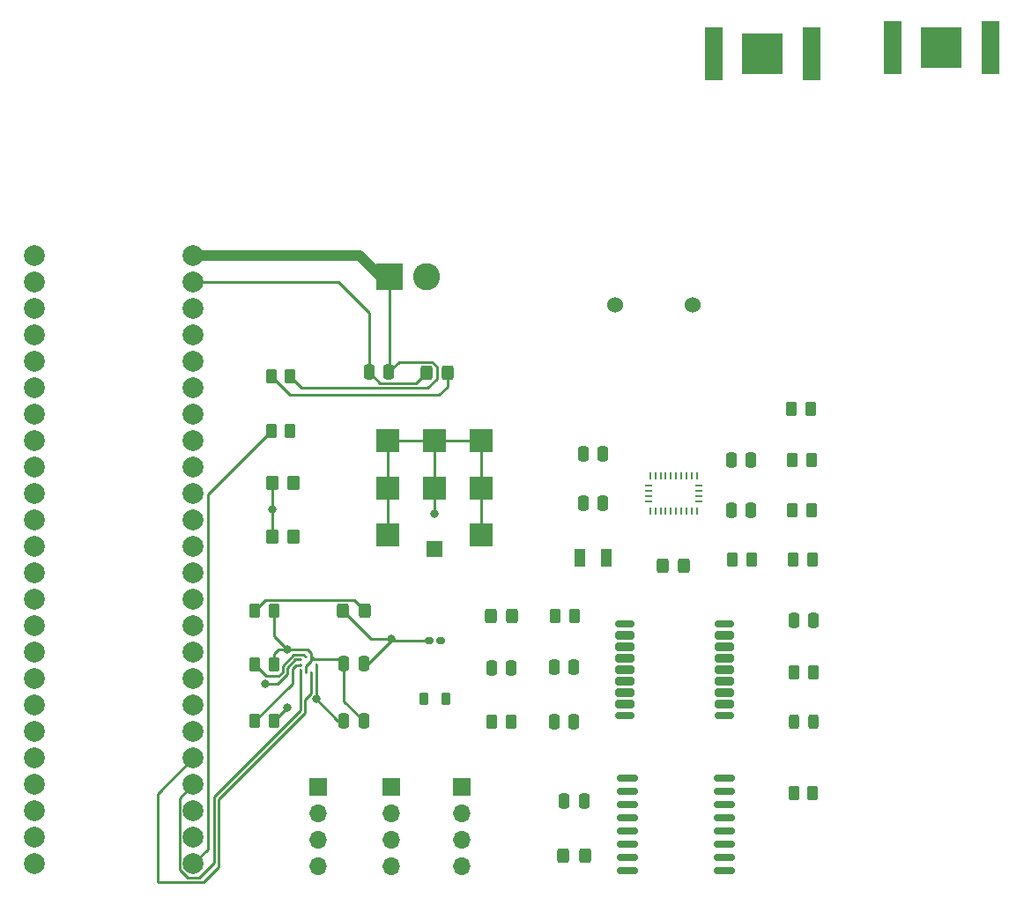
<source format=gbr>
%TF.GenerationSoftware,KiCad,Pcbnew,7.0.7*%
%TF.CreationDate,2024-01-17T14:00:17-05:00*%
%TF.ProjectId,Unified_Board,556e6966-6965-4645-9f42-6f6172642e6b,rev?*%
%TF.SameCoordinates,Original*%
%TF.FileFunction,Copper,L1,Top*%
%TF.FilePolarity,Positive*%
%FSLAX46Y46*%
G04 Gerber Fmt 4.6, Leading zero omitted, Abs format (unit mm)*
G04 Created by KiCad (PCBNEW 7.0.7) date 2024-01-17 14:00:17*
%MOMM*%
%LPD*%
G01*
G04 APERTURE LIST*
G04 Aperture macros list*
%AMRoundRect*
0 Rectangle with rounded corners*
0 $1 Rounding radius*
0 $2 $3 $4 $5 $6 $7 $8 $9 X,Y pos of 4 corners*
0 Add a 4 corners polygon primitive as box body*
4,1,4,$2,$3,$4,$5,$6,$7,$8,$9,$2,$3,0*
0 Add four circle primitives for the rounded corners*
1,1,$1+$1,$2,$3*
1,1,$1+$1,$4,$5*
1,1,$1+$1,$6,$7*
1,1,$1+$1,$8,$9*
0 Add four rect primitives between the rounded corners*
20,1,$1+$1,$2,$3,$4,$5,0*
20,1,$1+$1,$4,$5,$6,$7,0*
20,1,$1+$1,$6,$7,$8,$9,0*
20,1,$1+$1,$8,$9,$2,$3,0*%
G04 Aperture macros list end*
%TA.AperFunction,ComponentPad*%
%ADD10R,1.700000X1.700000*%
%TD*%
%TA.AperFunction,ComponentPad*%
%ADD11O,1.700000X1.700000*%
%TD*%
%TA.AperFunction,SMDPad,CuDef*%
%ADD12RoundRect,0.250000X-0.325000X-0.450000X0.325000X-0.450000X0.325000X0.450000X-0.325000X0.450000X0*%
%TD*%
%TA.AperFunction,SMDPad,CuDef*%
%ADD13RoundRect,0.250000X-0.262500X-0.450000X0.262500X-0.450000X0.262500X0.450000X-0.262500X0.450000X0*%
%TD*%
%TA.AperFunction,SMDPad,CuDef*%
%ADD14RoundRect,0.250000X0.250000X0.475000X-0.250000X0.475000X-0.250000X-0.475000X0.250000X-0.475000X0*%
%TD*%
%TA.AperFunction,SMDPad,CuDef*%
%ADD15RoundRect,0.250000X-0.250000X-0.475000X0.250000X-0.475000X0.250000X0.475000X-0.250000X0.475000X0*%
%TD*%
%TA.AperFunction,SMDPad,CuDef*%
%ADD16R,1.500000X1.500000*%
%TD*%
%TA.AperFunction,SMDPad,CuDef*%
%ADD17R,2.300000X2.300000*%
%TD*%
%TA.AperFunction,ComponentPad*%
%ADD18R,2.600000X2.600000*%
%TD*%
%TA.AperFunction,ComponentPad*%
%ADD19C,2.600000*%
%TD*%
%TA.AperFunction,SMDPad,CuDef*%
%ADD20R,0.250000X0.275000*%
%TD*%
%TA.AperFunction,SMDPad,CuDef*%
%ADD21R,0.275000X0.250000*%
%TD*%
%TA.AperFunction,ComponentPad*%
%ADD22C,1.524000*%
%TD*%
%TA.AperFunction,SMDPad,CuDef*%
%ADD23R,0.254000X0.675000*%
%TD*%
%TA.AperFunction,SMDPad,CuDef*%
%ADD24R,0.675000X0.254000*%
%TD*%
%TA.AperFunction,SMDPad,CuDef*%
%ADD25RoundRect,0.150000X-0.875000X-0.150000X0.875000X-0.150000X0.875000X0.150000X-0.875000X0.150000X0*%
%TD*%
%TA.AperFunction,SMDPad,CuDef*%
%ADD26R,1.780000X5.080000*%
%TD*%
%TA.AperFunction,SMDPad,CuDef*%
%ADD27R,3.960000X3.960000*%
%TD*%
%TA.AperFunction,SMDPad,CuDef*%
%ADD28R,1.000000X1.800000*%
%TD*%
%TA.AperFunction,SMDPad,CuDef*%
%ADD29RoundRect,0.175000X-0.725000X-0.175000X0.725000X-0.175000X0.725000X0.175000X-0.725000X0.175000X0*%
%TD*%
%TA.AperFunction,SMDPad,CuDef*%
%ADD30RoundRect,0.200000X-0.700000X-0.200000X0.700000X-0.200000X0.700000X0.200000X-0.700000X0.200000X0*%
%TD*%
%TA.AperFunction,SMDPad,CuDef*%
%ADD31RoundRect,0.218750X0.218750X0.381250X-0.218750X0.381250X-0.218750X-0.381250X0.218750X-0.381250X0*%
%TD*%
%TA.AperFunction,SMDPad,CuDef*%
%ADD32RoundRect,0.243750X-0.243750X-0.456250X0.243750X-0.456250X0.243750X0.456250X-0.243750X0.456250X0*%
%TD*%
%TA.AperFunction,SMDPad,CuDef*%
%ADD33RoundRect,0.250000X-0.350000X-0.450000X0.350000X-0.450000X0.350000X0.450000X-0.350000X0.450000X0*%
%TD*%
%TA.AperFunction,ComponentPad*%
%ADD34C,2.000000*%
%TD*%
%TA.AperFunction,SMDPad,CuDef*%
%ADD35RoundRect,0.160000X-0.222500X-0.160000X0.222500X-0.160000X0.222500X0.160000X-0.222500X0.160000X0*%
%TD*%
%TA.AperFunction,ViaPad*%
%ADD36C,0.800000*%
%TD*%
%TA.AperFunction,Conductor*%
%ADD37C,0.250000*%
%TD*%
%TA.AperFunction,Conductor*%
%ADD38C,1.000000*%
%TD*%
G04 APERTURE END LIST*
D10*
%TO.P,J3,1,Pin_1*%
%TO.N,/3.3V*%
X107600000Y-96000000D03*
D11*
%TO.P,J3,2,Pin_2*%
%TO.N,/SCL*%
X107600000Y-98540000D03*
%TO.P,J3,3,Pin_3*%
%TO.N,/SDA*%
X107600000Y-101080000D03*
%TO.P,J3,4,Pin_4*%
%TO.N,GND*%
X107600000Y-103620000D03*
%TD*%
D12*
%TO.P,D2,1,K*%
%TO.N,GND*%
X131175000Y-102600000D03*
%TO.P,D2,2,A*%
%TO.N,Net-(D2-A)*%
X133225000Y-102600000D03*
%TD*%
D13*
%TO.P,R15,1*%
%TO.N,Net-(D6-A)*%
X103087500Y-56600000D03*
%TO.P,R15,2*%
%TO.N,Net-(J1-Pin_1)*%
X104912500Y-56600000D03*
%TD*%
D14*
%TO.P,C10,1*%
%TO.N,/3.3V*%
X133150000Y-97400000D03*
%TO.P,C10,2*%
%TO.N,Net-(U3-VCC)*%
X131250000Y-97400000D03*
%TD*%
D15*
%TO.P,C7,1*%
%TO.N,Net-(U2-VCC)*%
X130250000Y-84550000D03*
%TO.P,C7,2*%
%TO.N,/3.3V*%
X132150000Y-84550000D03*
%TD*%
D16*
%TO.P,ANT1,1,RF_IN*%
%TO.N,Net-(ANT1-RF_IN)*%
X118800000Y-73200000D03*
D17*
%TO.P,ANT1,2,GND*%
%TO.N,GND*%
X114300000Y-71800000D03*
%TO.P,ANT1,3,GND*%
X123300000Y-71800000D03*
%TO.P,ANT1,4,GND*%
X114300000Y-67300000D03*
%TO.P,ANT1,5,GND*%
X118800000Y-67300000D03*
%TO.P,ANT1,6,GND*%
X123300000Y-67300000D03*
%TO.P,ANT1,7,GND*%
X114300000Y-62800000D03*
%TO.P,ANT1,8,GND*%
X118800000Y-62800000D03*
%TO.P,ANT1,9,GND*%
X123300000Y-62800000D03*
%TD*%
D15*
%TO.P,C12,1*%
%TO.N,Net-(C12-Pad1)*%
X124250000Y-84600000D03*
%TO.P,C12,2*%
%TO.N,GND*%
X126150000Y-84600000D03*
%TD*%
D12*
%TO.P,D5,1,K*%
%TO.N,GND*%
X140725000Y-74750000D03*
%TO.P,D5,2,A*%
%TO.N,Net-(D5-A)*%
X142775000Y-74750000D03*
%TD*%
D14*
%TO.P,C11,1*%
%TO.N,Net-(J1-Pin_1)*%
X114400000Y-56200000D03*
%TO.P,C11,2*%
%TO.N,Net-(D6-K)*%
X112500000Y-56200000D03*
%TD*%
D18*
%TO.P,J1,1,Pin_1*%
%TO.N,Net-(J1-Pin_1)*%
X114500000Y-47000000D03*
D19*
%TO.P,J1,2,Pin_2*%
%TO.N,Net-(D6-K)*%
X118000000Y-47000000D03*
%TD*%
D13*
%TO.P,R4,1*%
%TO.N,/SCL*%
X101525000Y-84300000D03*
%TO.P,R4,2*%
%TO.N,/3.3V*%
X103350000Y-84300000D03*
%TD*%
%TO.P,R16,1*%
%TO.N,Net-(U2-VCC_RF)*%
X130400000Y-79600000D03*
%TO.P,R16,2*%
%TO.N,Net-(C12-Pad1)*%
X132225000Y-79600000D03*
%TD*%
D20*
%TO.P,Alt1,1,VDDIO*%
%TO.N,/3.3V*%
X106887500Y-83537500D03*
%TO.P,Alt1,2,SCK*%
%TO.N,/SCL*%
X106387500Y-83537500D03*
D21*
%TO.P,Alt1,3,VSS*%
%TO.N,GND*%
X105875000Y-83800000D03*
%TO.P,Alt1,4,SDI*%
%TO.N,/SDA*%
X105875000Y-84300000D03*
%TO.P,Alt1,5,SDO*%
%TO.N,/BMP_I2C_ADDR*%
X105875000Y-84800000D03*
D20*
%TO.P,Alt1,6,CSB*%
%TO.N,/3.3V*%
X106387500Y-85062500D03*
%TO.P,Alt1,7,INT*%
%TO.N,/BMP_INT*%
X106887500Y-85062500D03*
D21*
%TO.P,Alt1,8,VSS*%
%TO.N,GND*%
X107400000Y-84800000D03*
%TO.P,Alt1,9,VSS*%
X107400000Y-84300000D03*
%TO.P,Alt1,10,VDD*%
%TO.N,/3.3V*%
X107400000Y-83800000D03*
%TD*%
D15*
%TO.P,C5,1*%
%TO.N,Net-(U1-XOUT32)*%
X133050000Y-68750000D03*
%TO.P,C5,2*%
%TO.N,GND*%
X134950000Y-68750000D03*
%TD*%
D13*
%TO.P,R3,1*%
%TO.N,/SDA*%
X101525000Y-89700000D03*
%TO.P,R3,2*%
%TO.N,/3.3V*%
X103350000Y-89700000D03*
%TD*%
D22*
%TO.P,BZ1,1,-*%
%TO.N,Net-(BZ1--)*%
X136100000Y-49750000D03*
%TO.P,BZ1,2,+*%
%TO.N,GND*%
X143600000Y-49750000D03*
%TD*%
D13*
%TO.P,R14,1*%
%TO.N,Net-(R14-Pad1)*%
X103087500Y-61800000D03*
%TO.P,R14,2*%
%TO.N,Net-(BZ1--)*%
X104912500Y-61800000D03*
%TD*%
D12*
%TO.P,D4,1,K*%
%TO.N,GND*%
X110012500Y-79100000D03*
%TO.P,D4,2,A*%
%TO.N,Net-(D4-A)*%
X112062500Y-79100000D03*
%TD*%
%TO.P,D3,1,K*%
%TO.N,GND*%
X124175000Y-79600000D03*
%TO.P,D3,2,A*%
%TO.N,Net-(D3-A)*%
X126225000Y-79600000D03*
%TD*%
D10*
%TO.P,J2,1,Pin_1*%
%TO.N,/3.3V*%
X114600000Y-96000000D03*
D11*
%TO.P,J2,2,Pin_2*%
%TO.N,/Breakout_RX2*%
X114600000Y-98540000D03*
%TO.P,J2,3,Pin_3*%
%TO.N,/Breakout_TX2*%
X114600000Y-101080000D03*
%TO.P,J2,4,Pin_4*%
%TO.N,GND*%
X114600000Y-103620000D03*
%TD*%
D23*
%TO.P,U1,1,PIN1*%
%TO.N,unconnected-(U1-PIN1-Pad1)*%
X144000000Y-69500000D03*
D24*
%TO.P,U1,2,GND*%
%TO.N,GND*%
X144137500Y-68587500D03*
%TO.P,U1,3,VDD*%
%TO.N,/3.3V*%
X144137500Y-68087500D03*
%TO.P,U1,4,~{BOOT_LOAD_PIN}*%
X144137500Y-67587500D03*
%TO.P,U1,5,PS1*%
%TO.N,Net-(U1-PS1)*%
X144137500Y-67087500D03*
D23*
%TO.P,U1,6,PS0*%
%TO.N,Net-(U1-PS0)*%
X144000000Y-66175000D03*
%TO.P,U1,7,PIN7*%
%TO.N,unconnected-(U1-PIN7-Pad7)*%
X143500000Y-66175000D03*
%TO.P,U1,8,PIN8*%
%TO.N,unconnected-(U1-PIN8-Pad8)*%
X143000000Y-66175000D03*
%TO.P,U1,9,CAP*%
%TO.N,Net-(U1-CAP)*%
X142500000Y-66175000D03*
%TO.P,U1,10,BL_IND*%
%TO.N,GND*%
X142000000Y-66175000D03*
%TO.P,U1,11,~{RESET}*%
%TO.N,Net-(U1-~{RESET})*%
X141500000Y-66175000D03*
%TO.P,U1,12,PIN12*%
%TO.N,unconnected-(U1-PIN12-Pad12)*%
X141000000Y-66175000D03*
%TO.P,U1,13,PIN13*%
%TO.N,unconnected-(U1-PIN13-Pad13)*%
X140500000Y-66175000D03*
%TO.P,U1,14,INT*%
%TO.N,unconnected-(U1-INT-Pad14)*%
X140000000Y-66175000D03*
%TO.P,U1,15,GNDIO*%
%TO.N,GND*%
X139500000Y-66175000D03*
D24*
%TO.P,U1,16,GNDIO*%
X139362500Y-67087500D03*
%TO.P,U1,17,COM3*%
%TO.N,Net-(U1-COM3)*%
X139362500Y-67587500D03*
%TO.P,U1,18,COM2*%
%TO.N,GND*%
X139362500Y-68087500D03*
%TO.P,U1,19,COM1*%
%TO.N,/SCL*%
X139362500Y-68587500D03*
D23*
%TO.P,U1,20,COM0*%
%TO.N,/SDA*%
X139500000Y-69500000D03*
%TO.P,U1,21,PIN21*%
%TO.N,unconnected-(U1-PIN21-Pad21)*%
X140000000Y-69500000D03*
%TO.P,U1,22,PIN22*%
%TO.N,unconnected-(U1-PIN22-Pad22)*%
X140500000Y-69500000D03*
%TO.P,U1,23,PIN23*%
%TO.N,unconnected-(U1-PIN23-Pad23)*%
X141000000Y-69500000D03*
%TO.P,U1,24,PIN24*%
%TO.N,unconnected-(U1-PIN24-Pad24)*%
X141500000Y-69500000D03*
%TO.P,U1,25,GNDIO*%
%TO.N,GND*%
X142000000Y-69500000D03*
%TO.P,U1,26,XOUT32*%
%TO.N,Net-(U1-XOUT32)*%
X142500000Y-69500000D03*
%TO.P,U1,27,XIN32*%
%TO.N,Net-(U1-XIN32)*%
X143000000Y-69500000D03*
%TO.P,U1,28,VDDIO*%
%TO.N,/3.3V*%
X143500000Y-69500000D03*
%TD*%
D25*
%TO.P,U3,1,32KHZ*%
%TO.N,unconnected-(U3-32KHZ-Pad1)*%
X137350000Y-95155000D03*
%TO.P,U3,2,VCC*%
%TO.N,Net-(U3-VCC)*%
X137350000Y-96425000D03*
%TO.P,U3,3,~{INT}/SQW*%
%TO.N,unconnected-(U3-~{INT}{slash}SQW-Pad3)*%
X137350000Y-97695000D03*
%TO.P,U3,4,~{RST}*%
%TO.N,unconnected-(U3-~{RST}-Pad4)*%
X137350000Y-98965000D03*
%TO.P,U3,5,GND*%
%TO.N,GND*%
X137350000Y-100235000D03*
%TO.P,U3,6,GND*%
X137350000Y-101505000D03*
%TO.P,U3,7,GND*%
X137350000Y-102775000D03*
%TO.P,U3,8,GND*%
X137350000Y-104045000D03*
%TO.P,U3,9,GND*%
X146650000Y-104045000D03*
%TO.P,U3,10,GND*%
X146650000Y-102775000D03*
%TO.P,U3,11,GND*%
X146650000Y-101505000D03*
%TO.P,U3,12,GND*%
X146650000Y-100235000D03*
%TO.P,U3,13,GND*%
X146650000Y-98965000D03*
%TO.P,U3,14,VBAT*%
%TO.N,Net-(BT2-+)*%
X146650000Y-97695000D03*
%TO.P,U3,15,SDA*%
%TO.N,/SDA*%
X146650000Y-96425000D03*
%TO.P,U3,16,SCL*%
%TO.N,/SCL*%
X146650000Y-95155000D03*
%TD*%
D15*
%TO.P,C2,1*%
%TO.N,/3.3V*%
X110087500Y-84200000D03*
%TO.P,C2,2*%
%TO.N,GND*%
X111987500Y-84200000D03*
%TD*%
D13*
%TO.P,R11,1*%
%TO.N,Net-(D5-A)*%
X153087500Y-59750000D03*
%TO.P,R11,2*%
%TO.N,/3.3V*%
X154912500Y-59750000D03*
%TD*%
%TO.P,R7,1*%
%TO.N,GND*%
X153275000Y-74162500D03*
%TO.P,R7,2*%
%TO.N,Net-(U1-PS0)*%
X155100000Y-74162500D03*
%TD*%
%TO.P,R12,1*%
%TO.N,Net-(D4-A)*%
X101525000Y-79100000D03*
%TO.P,R12,2*%
%TO.N,/3.3V*%
X103350000Y-79100000D03*
%TD*%
D26*
%TO.P,BT1,1,+*%
%TO.N,/BACKUP*%
X145600000Y-25600000D03*
X155000000Y-25600000D03*
D27*
%TO.P,BT1,2,-*%
%TO.N,GND*%
X150300000Y-25600000D03*
%TD*%
D14*
%TO.P,C8,1*%
%TO.N,Net-(C8-Pad1)*%
X132150000Y-89800000D03*
%TO.P,C8,2*%
%TO.N,GND*%
X130250000Y-89800000D03*
%TD*%
D28*
%TO.P,Y1,1,1*%
%TO.N,Net-(U1-XOUT32)*%
X132750000Y-74000000D03*
%TO.P,Y1,2,2*%
%TO.N,Net-(U1-XIN32)*%
X135250000Y-74000000D03*
%TD*%
D29*
%TO.P,U2,1,GND*%
%TO.N,Net-(C8-Pad1)*%
X137100000Y-80400000D03*
D30*
%TO.P,U2,2,TXD*%
%TO.N,unconnected-(U2-TXD-Pad2)*%
X137100000Y-81500000D03*
%TO.P,U2,3,RXD*%
%TO.N,unconnected-(U2-RXD-Pad3)*%
X137100000Y-82600000D03*
%TO.P,U2,4,TIMEPULSE*%
%TO.N,unconnected-(U2-TIMEPULSE-Pad4)*%
X137100000Y-83700000D03*
%TO.P,U2,5,EXTINT*%
%TO.N,unconnected-(U2-EXTINT-Pad5)*%
X137100000Y-84800000D03*
%TO.P,U2,6,V_BCKP*%
%TO.N,/BACKUP*%
X137100000Y-85900000D03*
%TO.P,U2,7,VCC_IO*%
%TO.N,Net-(U2-VCC)*%
X137100000Y-87000000D03*
%TO.P,U2,8,VCC*%
X137100000Y-88100000D03*
D29*
%TO.P,U2,9,~{RESET}*%
%TO.N,unconnected-(U2-~{RESET}-Pad9)*%
X137100000Y-89200000D03*
%TO.P,U2,10,GND*%
%TO.N,Net-(C8-Pad1)*%
X146600000Y-89200000D03*
D30*
%TO.P,U2,11,RF_IN*%
%TO.N,Net-(ANT1-RF_IN)*%
X146600000Y-88100000D03*
%TO.P,U2,12,GND*%
%TO.N,Net-(C8-Pad1)*%
X146600000Y-87000000D03*
%TO.P,U2,13,LNA_EN*%
%TO.N,unconnected-(U2-LNA_EN-Pad13)*%
X146600000Y-85900000D03*
%TO.P,U2,14,VCC_RF*%
%TO.N,Net-(U2-VCC_RF)*%
X146600000Y-84800000D03*
%TO.P,U2,15,VIO_SEL*%
%TO.N,unconnected-(U2-VIO_SEL-Pad15)*%
X146600000Y-83700000D03*
%TO.P,U2,16,SDA*%
%TO.N,/SDA*%
X146600000Y-82600000D03*
%TO.P,U2,17,SCL*%
%TO.N,/SCL*%
X146600000Y-81500000D03*
D29*
%TO.P,U2,18,~{SAFEBOOT}*%
%TO.N,unconnected-(U2-~{SAFEBOOT}-Pad18)*%
X146600000Y-80400000D03*
%TD*%
D10*
%TO.P,J4,1,Pin_1*%
%TO.N,/3.3V*%
X121400000Y-96000000D03*
D11*
%TO.P,J4,2,Pin_2*%
%TO.N,/Breakout_RX1*%
X121400000Y-98540000D03*
%TO.P,J4,3,Pin_3*%
%TO.N,/Breakout_TX1*%
X121400000Y-101080000D03*
%TO.P,J4,4,Pin_4*%
%TO.N,GND*%
X121400000Y-103620000D03*
%TD*%
D13*
%TO.P,R6,1*%
%TO.N,GND*%
X153187500Y-69412500D03*
%TO.P,R6,2*%
%TO.N,Net-(U1-COM3)*%
X155012500Y-69412500D03*
%TD*%
D31*
%TO.P,FB1,1*%
%TO.N,Net-(C12-Pad1)*%
X119862500Y-87600000D03*
%TO.P,FB1,2*%
%TO.N,Net-(ANT1-RF_IN)*%
X117737500Y-87600000D03*
%TD*%
D32*
%TO.P,D1,1,K*%
%TO.N,Net-(D1-K)*%
X153312500Y-89800000D03*
%TO.P,D1,2,A*%
%TO.N,/3.3V*%
X155187500Y-89800000D03*
%TD*%
D14*
%TO.P,C1,1*%
%TO.N,/3.3V*%
X111987500Y-89700000D03*
%TO.P,C1,2*%
%TO.N,GND*%
X110087500Y-89700000D03*
%TD*%
D33*
%TO.P,R1,1*%
%TO.N,/3.3V*%
X103200000Y-66800000D03*
%TO.P,R1,2*%
%TO.N,/SDA*%
X105200000Y-66800000D03*
%TD*%
D13*
%TO.P,R5,1*%
%TO.N,Net-(U1-~{RESET})*%
X153187500Y-64662500D03*
%TO.P,R5,2*%
%TO.N,/3.3V*%
X155012500Y-64662500D03*
%TD*%
D12*
%TO.P,D6,1,K*%
%TO.N,Net-(D6-K)*%
X117975000Y-56250000D03*
%TO.P,D6,2,A*%
%TO.N,Net-(D6-A)*%
X120025000Y-56250000D03*
%TD*%
D13*
%TO.P,R9,1*%
%TO.N,Net-(D1-K)*%
X153337500Y-85000000D03*
%TO.P,R9,2*%
%TO.N,/BACKUP*%
X155162500Y-85000000D03*
%TD*%
D15*
%TO.P,C6,1*%
%TO.N,GND*%
X133050000Y-64000000D03*
%TO.P,C6,2*%
%TO.N,Net-(U1-XIN32)*%
X134950000Y-64000000D03*
%TD*%
%TO.P,C9,1*%
%TO.N,/BACKUP*%
X153300000Y-80000000D03*
%TO.P,C9,2*%
%TO.N,GND*%
X155200000Y-80000000D03*
%TD*%
D26*
%TO.P,BT2,1,+*%
%TO.N,Net-(BT2-+)*%
X162800000Y-25000000D03*
X172200000Y-25000000D03*
D27*
%TO.P,BT2,2,-*%
%TO.N,GND*%
X167500000Y-25000000D03*
%TD*%
D15*
%TO.P,C3,1*%
%TO.N,GND*%
X147300000Y-69412500D03*
%TO.P,C3,2*%
%TO.N,/3.3V*%
X149200000Y-69412500D03*
%TD*%
D13*
%TO.P,R10,1*%
%TO.N,Net-(D2-A)*%
X153287500Y-96600000D03*
%TO.P,R10,2*%
%TO.N,/3.3V*%
X155112500Y-96600000D03*
%TD*%
D15*
%TO.P,C4,1*%
%TO.N,Net-(U1-CAP)*%
X147300000Y-64662500D03*
%TO.P,C4,2*%
%TO.N,GND*%
X149200000Y-64662500D03*
%TD*%
D13*
%TO.P,R8,1*%
%TO.N,GND*%
X147425000Y-74162500D03*
%TO.P,R8,2*%
%TO.N,Net-(U1-PS1)*%
X149250000Y-74162500D03*
%TD*%
D34*
%TO.P,Teensy4.1,0,GND*%
%TO.N,GND*%
X80380000Y-44990000D03*
%TO.P,Teensy4.1,1,RX1*%
%TO.N,/Breakout_RX1*%
X80380000Y-47530000D03*
%TO.P,Teensy4.1,2,TX1*%
%TO.N,/Breakout_TX1*%
X80380000Y-50070000D03*
%TO.P,Teensy4.1,3,PWM*%
%TO.N,unconnected-(Teensy4.1-PWM-Pad3)*%
X80380000Y-52610000D03*
%TO.P,Teensy4.1,4,PWM*%
%TO.N,unconnected-(Teensy4.1-PWM-Pad4)*%
X80380000Y-55150000D03*
%TO.P,Teensy4.1,5,PWM*%
%TO.N,unconnected-(Teensy4.1-PWM-Pad5)*%
X80380000Y-57690000D03*
%TO.P,Teensy4.1,6,PWM*%
%TO.N,unconnected-(Teensy4.1-PWM-Pad6)*%
X80380000Y-60230000D03*
%TO.P,Teensy4.1,7,PWM*%
%TO.N,unconnected-(Teensy4.1-PWM-Pad7)*%
X80380000Y-62770000D03*
%TO.P,Teensy4.1,8,RX2*%
%TO.N,/Breakout_RX2*%
X80380000Y-65310000D03*
%TO.P,Teensy4.1,9,TX2*%
%TO.N,/Breakout_TX2*%
X80380000Y-67850000D03*
%TO.P,Teensy4.1,10,PWM*%
%TO.N,unconnected-(Teensy4.1-PWM-Pad10)*%
X80380000Y-70390000D03*
%TO.P,Teensy4.1,11,CS*%
%TO.N,unconnected-(Teensy4.1-CS-Pad11)*%
X80380000Y-72930000D03*
%TO.P,Teensy4.1,12,MOSI*%
%TO.N,unconnected-(Teensy4.1-MOSI-Pad12)*%
X80380000Y-75470000D03*
%TO.P,Teensy4.1,13,MISO*%
%TO.N,unconnected-(Teensy4.1-MISO-Pad13)*%
X80380000Y-78010000D03*
%TO.P,Teensy4.1,14,3.3V*%
%TO.N,unconnected-(Teensy4.1-3.3V-Pad14)*%
X80380000Y-80550000D03*
%TO.P,Teensy4.1,15,SCL2*%
%TO.N,unconnected-(Teensy4.1-SCL2-Pad15)*%
X80380000Y-83090000D03*
%TO.P,Teensy4.1,16,SDA2*%
%TO.N,unconnected-(Teensy4.1-SDA2-Pad16)*%
X80380000Y-85630000D03*
%TO.P,Teensy4.1,17,MOSI1*%
%TO.N,unconnected-(Teensy4.1-MOSI1-Pad17)*%
X80380000Y-88170000D03*
%TO.P,Teensy4.1,18,SCK1*%
%TO.N,unconnected-(Teensy4.1-SCK1-Pad18)*%
X80380000Y-90710000D03*
%TO.P,Teensy4.1,19,RX7*%
%TO.N,unconnected-(Teensy4.1-RX7-Pad19)*%
X80380000Y-93250000D03*
%TO.P,Teensy4.1,20,TX7*%
%TO.N,unconnected-(Teensy4.1-TX7-Pad20)*%
X80380000Y-95790000D03*
%TO.P,Teensy4.1,21,GPIO*%
%TO.N,unconnected-(Teensy4.1-GPIO-Pad21)*%
X80380000Y-98330000D03*
%TO.P,Teensy4.1,22,GPIO*%
%TO.N,unconnected-(Teensy4.1-GPIO-Pad22)*%
X80380000Y-100870000D03*
%TO.P,Teensy4.1,23,GPIO*%
%TO.N,unconnected-(Teensy4.1-GPIO-Pad23)*%
X80380000Y-103410000D03*
%TO.P,Teensy4.1,24,PWM*%
%TO.N,Net-(R14-Pad1)*%
X95620000Y-103410000D03*
%TO.P,Teensy4.1,25,RX8*%
%TO.N,unconnected-(Teensy4.1-RX8-Pad25)*%
X95620000Y-100870000D03*
%TO.P,Teensy4.1,26,TX8*%
%TO.N,unconnected-(Teensy4.1-TX8-Pad26)*%
X95620000Y-98330000D03*
%TO.P,Teensy4.1,27,PWM*%
%TO.N,/BMP_I2C_ADDR*%
X95620000Y-95790000D03*
%TO.P,Teensy4.1,28,PWM*%
%TO.N,/BMP_INT*%
X95620000Y-93250000D03*
%TO.P,Teensy4.1,29,CS1*%
%TO.N,unconnected-(Teensy4.1-CS1-Pad29)*%
X95620000Y-90710000D03*
%TO.P,Teensy4.1,30,MISO*%
%TO.N,unconnected-(Teensy4.1-MISO-Pad30)*%
X95620000Y-88170000D03*
%TO.P,Teensy4.1,31,A16*%
%TO.N,unconnected-(Teensy4.1-A16-Pad31)*%
X95620000Y-85630000D03*
%TO.P,Teensy4.1,32,A17*%
%TO.N,unconnected-(Teensy4.1-A17-Pad32)*%
X95620000Y-83090000D03*
%TO.P,Teensy4.1,33,GND*%
%TO.N,unconnected-(Teensy4.1-GND-Pad33)*%
X95620000Y-80550000D03*
%TO.P,Teensy4.1,34,SCK*%
%TO.N,unconnected-(Teensy4.1-SCK-Pad34)*%
X95620000Y-78010000D03*
%TO.P,Teensy4.1,35,A0*%
%TO.N,unconnected-(Teensy4.1-A0-Pad35)*%
X95620000Y-75470000D03*
%TO.P,Teensy4.1,36,A1*%
%TO.N,unconnected-(Teensy4.1-A1-Pad36)*%
X95620000Y-72930000D03*
%TO.P,Teensy4.1,37,A2*%
%TO.N,unconnected-(Teensy4.1-A2-Pad37)*%
X95620000Y-70390000D03*
%TO.P,Teensy4.1,38,A3*%
%TO.N,unconnected-(Teensy4.1-A3-Pad38)*%
X95620000Y-67850000D03*
%TO.P,Teensy4.1,39,SDA*%
%TO.N,/SDA*%
X95620000Y-65310000D03*
%TO.P,Teensy4.1,40,SCL*%
%TO.N,/SCL*%
X95620000Y-62770000D03*
%TO.P,Teensy4.1,41,TX5*%
%TO.N,unconnected-(Teensy4.1-TX5-Pad41)*%
X95620000Y-60230000D03*
%TO.P,Teensy4.1,42,RX5*%
%TO.N,unconnected-(Teensy4.1-RX5-Pad42)*%
X95620000Y-57690000D03*
%TO.P,Teensy4.1,43,PWM*%
%TO.N,unconnected-(Teensy4.1-PWM-Pad43)*%
X95620000Y-55150000D03*
%TO.P,Teensy4.1,44,PWM*%
%TO.N,unconnected-(Teensy4.1-PWM-Pad44)*%
X95620000Y-52610000D03*
%TO.P,Teensy4.1,45,3.3V*%
%TO.N,/3.3V*%
X95620000Y-50070000D03*
%TO.P,Teensy4.1,46,GND*%
%TO.N,Net-(D6-K)*%
X95620000Y-47530000D03*
%TO.P,Teensy4.1,47,Vin*%
%TO.N,Net-(J1-Pin_1)*%
X95620000Y-44990000D03*
%TD*%
D35*
%TO.P,D7,1,K*%
%TO.N,GND*%
X118227500Y-82000000D03*
%TO.P,D7,2,A*%
%TO.N,Net-(ANT1-RF_IN)*%
X119372500Y-82000000D03*
%TD*%
D13*
%TO.P,R13,1*%
%TO.N,/3.3V*%
X124287500Y-89800000D03*
%TO.P,R13,2*%
%TO.N,Net-(D3-A)*%
X126112500Y-89800000D03*
%TD*%
D33*
%TO.P,R2,1*%
%TO.N,/3.3V*%
X103200000Y-72000000D03*
%TO.P,R2,2*%
%TO.N,/SCL*%
X105200000Y-72000000D03*
%TD*%
D36*
%TO.N,/3.3V*%
X103200000Y-69400000D03*
X104600000Y-82800000D03*
X104600000Y-88400000D03*
%TO.N,GND*%
X118800000Y-69800000D03*
X107400000Y-87600000D03*
X114600000Y-81800000D03*
X102535137Y-86118906D03*
%TD*%
D37*
%TO.N,/3.3V*%
X103800000Y-82800000D02*
X103350000Y-83250000D01*
X106887500Y-83912500D02*
X106887500Y-83537500D01*
X106562500Y-82800000D02*
X106887500Y-83125000D01*
X107400000Y-83800000D02*
X109687500Y-83800000D01*
X110087500Y-84200000D02*
X110087500Y-87800000D01*
X104600000Y-82800000D02*
X103800000Y-82800000D01*
X103350000Y-81550000D02*
X103350000Y-79100000D01*
X109687500Y-83800000D02*
X110087500Y-84200000D01*
X106387500Y-85062500D02*
X106387500Y-84412500D01*
X103200000Y-66800000D02*
X103200000Y-69400000D01*
X103350000Y-83250000D02*
X103350000Y-84300000D01*
X107150000Y-83800000D02*
X106887500Y-83537500D01*
X103200000Y-72000000D02*
X103200000Y-69400000D01*
X106887500Y-83125000D02*
X106887500Y-83537500D01*
X110087500Y-87800000D02*
X111987500Y-89700000D01*
X107400000Y-83800000D02*
X107150000Y-83800000D01*
X104600000Y-82800000D02*
X106562500Y-82800000D01*
X106387500Y-84412500D02*
X106887500Y-83912500D01*
X103350000Y-89700000D02*
X103350000Y-89650000D01*
X104600000Y-82800000D02*
X103350000Y-81550000D01*
X103350000Y-89650000D02*
X104600000Y-88400000D01*
%TO.N,/SCL*%
X102625000Y-85400000D02*
X101525000Y-84300000D01*
X105237500Y-83350000D02*
X104187500Y-84400000D01*
X106200000Y-83350000D02*
X105237500Y-83350000D01*
X104187500Y-84988173D02*
X103775673Y-85400000D01*
X104187500Y-84400000D02*
X104187500Y-84988173D01*
X103775673Y-85400000D02*
X102625000Y-85400000D01*
X106387500Y-83537500D02*
X106200000Y-83350000D01*
%TO.N,GND*%
X105423896Y-83800000D02*
X104637500Y-84586396D01*
X107400000Y-84800000D02*
X107400000Y-87600000D01*
X123300000Y-71800000D02*
X123300000Y-67300000D01*
X114300000Y-67300000D02*
X114300000Y-62800000D01*
X118800000Y-67300000D02*
X118800000Y-69800000D01*
X114600000Y-81800000D02*
X112712500Y-81800000D01*
X114800000Y-82000000D02*
X114600000Y-81800000D01*
X107400000Y-84300000D02*
X107400000Y-84800000D01*
X118800000Y-62800000D02*
X118800000Y-67300000D01*
X104637500Y-84586396D02*
X104637500Y-85174569D01*
X103693163Y-86118906D02*
X102535137Y-86118906D01*
X114300000Y-62800000D02*
X118800000Y-62800000D01*
X118800000Y-62800000D02*
X123300000Y-62800000D01*
X114600000Y-82000000D02*
X114600000Y-81800000D01*
X114300000Y-71800000D02*
X114300000Y-67300000D01*
X110087500Y-89700000D02*
X109500000Y-89700000D01*
X109500000Y-89700000D02*
X107400000Y-87600000D01*
X105875000Y-83800000D02*
X105423896Y-83800000D01*
X111987500Y-84200000D02*
X112400000Y-84200000D01*
X104637500Y-85174569D02*
X103693163Y-86118906D01*
X118227500Y-82000000D02*
X114800000Y-82000000D01*
X112712500Y-81800000D02*
X110012500Y-79100000D01*
X123300000Y-67300000D02*
X123300000Y-62800000D01*
X112400000Y-84200000D02*
X114600000Y-82000000D01*
%TO.N,Net-(D4-A)*%
X112062500Y-79100000D02*
X111037500Y-78075000D01*
X102550000Y-78075000D02*
X101525000Y-79100000D01*
X111037500Y-78075000D02*
X102550000Y-78075000D01*
%TO.N,Net-(D6-K)*%
X112500000Y-50500000D02*
X109530000Y-47530000D01*
X113550000Y-57250000D02*
X112500000Y-56200000D01*
X117975000Y-56250000D02*
X116975000Y-57250000D01*
X109530000Y-47530000D02*
X95620000Y-47530000D01*
X112500000Y-56200000D02*
X112500000Y-50500000D01*
X116975000Y-57250000D02*
X113550000Y-57250000D01*
%TO.N,Net-(D6-A)*%
X104887500Y-58400000D02*
X103087500Y-56600000D01*
X120025000Y-57575000D02*
X119200000Y-58400000D01*
X119200000Y-58400000D02*
X104887500Y-58400000D01*
X120025000Y-56250000D02*
X120025000Y-57575000D01*
%TO.N,Net-(J1-Pin_1)*%
X104912500Y-56600000D02*
X106012500Y-57700000D01*
X119000000Y-56813173D02*
X119000000Y-55686827D01*
D38*
X111590000Y-44990000D02*
X95620000Y-44990000D01*
D37*
X114500000Y-47000000D02*
X113600000Y-47000000D01*
X114500000Y-56100000D02*
X114400000Y-56200000D01*
X118113173Y-57700000D02*
X119000000Y-56813173D01*
X114500000Y-47000000D02*
X114500000Y-56100000D01*
X106012500Y-57700000D02*
X118113173Y-57700000D01*
X119000000Y-55686827D02*
X118513173Y-55200000D01*
X115400000Y-55200000D02*
X114400000Y-56200000D01*
D38*
X113600000Y-47000000D02*
X111590000Y-44990000D01*
D37*
X118513173Y-55200000D02*
X115400000Y-55200000D01*
%TO.N,/SDA*%
X105130146Y-84730146D02*
X105130146Y-86094854D01*
X105850000Y-84350000D02*
X105510292Y-84350000D01*
X105130146Y-86094854D02*
X101525000Y-89700000D01*
X105875000Y-84325000D02*
X105850000Y-84350000D01*
X105510292Y-84350000D02*
X105130146Y-84730146D01*
X105875000Y-84300000D02*
X105875000Y-84325000D01*
%TO.N,Net-(R14-Pad1)*%
X103087500Y-61800000D02*
X97000000Y-67887500D01*
X97000000Y-102030000D02*
X95620000Y-103410000D01*
X97000000Y-67887500D02*
X97000000Y-102030000D01*
%TO.N,/BMP_I2C_ADDR*%
X97575673Y-103328160D02*
X96168833Y-104735000D01*
X94295000Y-97115000D02*
X95620000Y-95790000D01*
X105875000Y-88700673D02*
X97575673Y-97000000D01*
X94295000Y-103958833D02*
X94295000Y-97115000D01*
X97575673Y-97000000D02*
X97575673Y-103328160D01*
X105875000Y-84800000D02*
X105875000Y-88700673D01*
X95071167Y-104735000D02*
X94295000Y-103958833D01*
X96168833Y-104735000D02*
X95071167Y-104735000D01*
%TO.N,/BMP_INT*%
X106325000Y-87649695D02*
X106325000Y-88887069D01*
X98025673Y-103774327D02*
X96615000Y-105185000D01*
X92185000Y-105185000D02*
X92185000Y-96685000D01*
X106325000Y-88887069D02*
X98025673Y-97186396D01*
X106887500Y-85062500D02*
X106887500Y-87087195D01*
X92185000Y-96685000D02*
X95620000Y-93250000D01*
X96615000Y-105185000D02*
X92185000Y-105185000D01*
X98025673Y-97186396D02*
X98025673Y-103774327D01*
X106887500Y-87087195D02*
X106325000Y-87649695D01*
%TD*%
M02*

</source>
